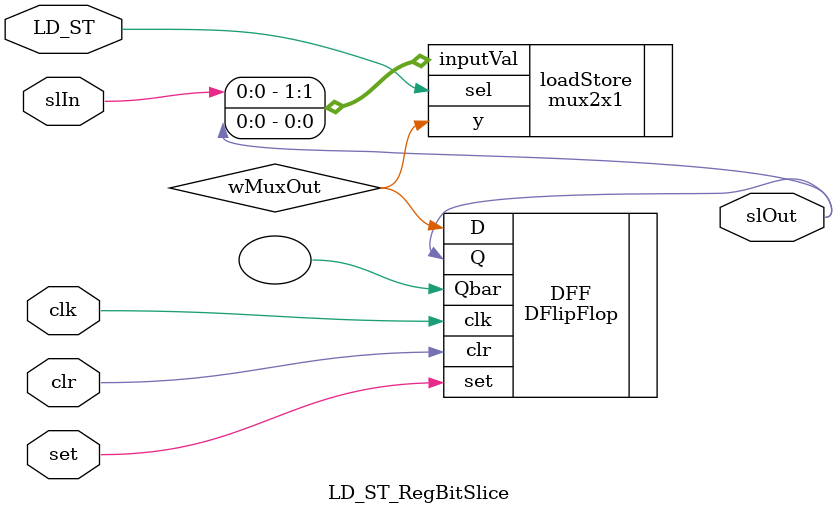
<source format=v>
`timescale 1ns / 1ps
module LD_ST_RegBitSlice(
	input slIn, LD_ST, set, clr, clk,
	output slOut
    );
	wire wMuxOut;
	
	 mux2x1 loadStore(
		.sel(LD_ST),
		.inputVal({slIn, slOut}),
		.y(wMuxOut)
	);
	
	DFlipFlop DFF(
		.clk(clk),
		.clr(clr),
		.set(set),
		.D(wMuxOut),
		.Q(slOut),
		.Qbar()
	);

endmodule

</source>
